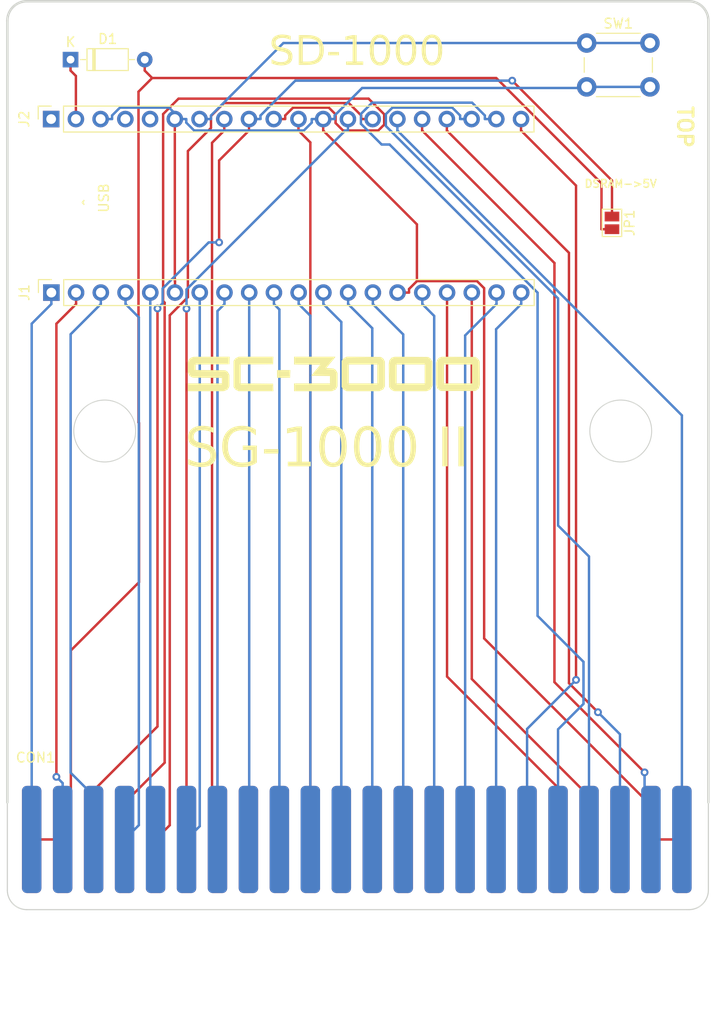
<source format=kicad_pcb>
(kicad_pcb (version 20240108) (generator "pcbnew") (generator_version "8.0")
  (layers (0 "F.Cu" signal) (31 "B.Cu" signal) (34 "B.Paste" user) (35 "F.Paste" user) (36 "B.SilkS" user "B.Silkscreen") (37 "F.SilkS" user "F.Silkscreen") (38 "B.Mask" user) (39 "F.Mask" user) (44 "Edge.Cuts" user))
  (net 0 "")
  (net 1 "A0")
  (net 2 "A1")
  (net 3 "A2")
  (net 4 "A3")
  (net 5 "A4")
  (net 6 "A5")
  (net 7 "A6")
  (net 8 "A7")
  (net 9 "A8")
  (net 10 "A9")
  (net 11 "A10")
  (net 12 "A11")
  (net 13 "A12")
  (net 14 "A13")
  (net 15 "D0")
  (net 16 "D1")
  (net 17 "D2")
  (net 18 "D3")
  (net 19 "D4")
  (net 20 "D5")
  (net 21 "D6")
  (net 22 "D7")
  (net 23 "~{MEMR}")
  (net 24 "~{MEMW}")
  (net 25 "~{IOR}")
  (net 26 "A14")
  (net 27 "A15")
  (net 28 "~{CEROM2}")
  (net 33 "+5V")
  (net 36 "GND")
  (net 40 "~{MREQ}")
  (net 41 "~{DSRAM}")
  (net 42 "Net-(D1-K)")
  (net 43 "RST")
  (footprint "Connector_PinSocket_2.54mm:PinSocket_1x20_P2.54mm_Vertical" (layer "F.Cu") (at 76.52 60.8 90)
    (property "Reference" "J1" (at 0 -2.77 90) (layer "F.SilkS"))
    (property "Value" "Conn_01x20")
    (fp_line (start 1.33 -1.33) (end 1.33 0) (stroke (width 0.12)) (layer "F.SilkS"))
    (fp_line (start 0 -1.33) (end 1.33 -1.33) (stroke (width 0.12)) (layer "F.SilkS"))
    (fp_line (start 1.33 1.27) (end 1.33 49.59) (stroke (width 0.12)) (layer "F.SilkS"))
    (fp_line (start -1.33 1.27) (end 1.33 1.27) (stroke (width 0.12)) (layer "F.SilkS"))
    (fp_line (start -1.33 1.27) (end -1.33 49.59) (stroke (width 0.12)) (layer "F.SilkS"))
    (fp_line (start -1.33 49.59) (end 1.33 49.59) (stroke (width 0.12)) (layer "F.SilkS"))
    (pad "1" thru_hole rect (at 0 0 90) (size 1.7 1.7) (drill 1) (layers "*.Cu" "*.Mask") (net 1 "A0"))
    (pad "2" thru_hole oval (at 0 2.54 90) (size 1.7 1.7) (drill 1) (layers "*.Cu" "*.Mask") (net 2 "A1"))
    (pad "3" thru_hole oval (at 0 5.08 90) (size 1.7 1.7) (drill 1) (layers "*.Cu" "*.Mask") (net 3 "A2"))
    (pad "4" thru_hole oval (at 0 7.62 90) (size 1.7 1.7) (drill 1) (layers "*.Cu" "*.Mask") (net 4 "A3"))
    (pad "5" thru_hole oval (at 0 10.16 90) (size 1.7 1.7) (drill 1) (layers "*.Cu" "*.Mask") (net 5 "A4"))
    (pad "6" thru_hole oval (at 0 12.7 90) (size 1.7 1.7) (drill 1) (layers "*.Cu" "*.Mask") (net 36 "GND"))
    (pad "7" thru_hole oval (at 0 15.24 90) (size 1.7 1.7) (drill 1) (layers "*.Cu" "*.Mask") (net 6 "A5"))
    (pad "8" thru_hole oval (at 0 17.78 90) (size 1.7 1.7) (drill 1) (layers "*.Cu" "*.Mask") (net 7 "A6"))
    (pad "9" thru_hole oval (at 0 20.32 90) (size 1.7 1.7) (drill 1) (layers "*.Cu" "*.Mask") (net 8 "A7"))
    (pad "10" thru_hole oval (at 0 22.86 90) (size 1.7 1.7) (drill 1) (layers "*.Cu" "*.Mask") (net 9 "A8"))
    (pad "11" thru_hole oval (at 0 25.4 90) (size 1.7 1.7) (drill 1) (layers "*.Cu" "*.Mask") (net 10 "A9"))
    (pad "12" thru_hole oval (at 0 27.94 90) (size 1.7 1.7) (drill 1) (layers "*.Cu" "*.Mask") (net 11 "A10"))
    (pad "13" thru_hole oval (at 0 30.48 90) (size 1.7 1.7) (drill 1) (layers "*.Cu" "*.Mask") (net 12 "A11"))
    (pad "14" thru_hole oval (at 0 33.02 90) (size 1.7 1.7) (drill 1) (layers "*.Cu" "*.Mask") (net 13 "A12"))
    (pad "15" thru_hole oval (at 0 35.56 90) (size 1.7 1.7) (drill 1) (layers "*.Cu" "*.Mask") (net 36 "GND"))
    (pad "16" thru_hole oval (at 0 38.1 90) (size 1.7 1.7) (drill 1) (layers "*.Cu" "*.Mask") (net 14 "A13"))
    (pad "17" thru_hole oval (at 0 40.64 90) (size 1.7 1.7) (drill 1) (layers "*.Cu" "*.Mask") (net 26 "A14"))
    (pad "18" thru_hole oval (at 0 43.18 90) (size 1.7 1.7) (drill 1) (layers "*.Cu" "*.Mask") (net 27 "A15"))
    (pad "19" thru_hole oval (at 0 45.72 90) (size 1.7 1.7) (drill 1) (layers "*.Cu" "*.Mask") (net 15 "D0"))
    (pad "20" thru_hole oval (at 0 48.26 90) (size 1.7 1.7) (drill 1) (layers "*.Cu" "*.Mask") (net 16 "D1"))
  )
  (footprint "Diode_THT:D_DO-35_SOD27_P7.62mm_Horizontal" (layer "F.Cu") (at 78.49 36.9)
    (property "Reference" "D1" (at 3.81 -2.12 0) (layer "F.SilkS"))
    (property "Value" "Diode ")
    (fp_line (start 1.04 0) (end 1.69 0) (stroke (width 0.12)) (layer "F.SilkS"))
    (fp_line (start 1.69 -1.12) (end 1.69 1.12) (stroke (width 0.12)) (layer "F.SilkS"))
    (fp_line (start 1.69 1.12) (end 5.93 1.12) (stroke (width 0.12)) (layer "F.SilkS"))
    (fp_line (start 2.29 -1.12) (end 2.29 1.12) (stroke (width 0.12)) (layer "F.SilkS"))
    (fp_line (start 2.41 -1.12) (end 2.41 1.12) (stroke (width 0.12)) (layer "F.SilkS"))
    (fp_line (start 2.53 -1.12) (end 2.53 1.12) (stroke (width 0.12)) (layer "F.SilkS"))
    (fp_line (start 5.93 -1.12) (end 1.69 -1.12) (stroke (width 0.12)) (layer "F.SilkS"))
    (fp_line (start 5.93 1.12) (end 5.93 -1.12) (stroke (width 0.12)) (layer "F.SilkS"))
    (fp_line (start 6.58 0) (end 5.93 0) (stroke (width 0.12)) (layer "F.SilkS"))
    (fp_text user "K" (at 0 -1.8 0) (layer "F.SilkS"))
    (pad "1" thru_hole rect (at 0 0) (size 1.6 1.6) (drill 0.8) (layers "*.Cu" "*.Mask") (net 42 "Net-(D1-K)"))
    (pad "2" thru_hole oval (at 7.62 0) (size 1.6 1.6) (drill 0.8) (layers "*.Cu" "*.Mask") (net 33 "+5V"))
  )
  (footprint "Connector_PinSocket_2.54mm:PinSocket_1x20_P2.54mm_Vertical" (layer "F.Cu") (at 76.5 43 90)
    (property "Reference" "J2" (at 0 -2.77 90) (layer "F.SilkS"))
    (property "Value" "Conn_01x20")
    (fp_line (start 1.33 -1.33) (end 1.33 0) (stroke (width 0.12)) (layer "F.SilkS"))
    (fp_line (start 0 -1.33) (end 1.33 -1.33) (stroke (width 0.12)) (layer "F.SilkS"))
    (fp_line (start 1.33 1.27) (end 1.33 49.59) (stroke (width 0.12)) (layer "F.SilkS"))
    (fp_line (start -1.33 1.27) (end 1.33 1.27) (stroke (width 0.12)) (layer "F.SilkS"))
    (fp_line (start -1.33 1.27) (end -1.33 49.59) (stroke (width 0.12)) (layer "F.SilkS"))
    (fp_line (start -1.33 49.59) (end 1.33 49.59) (stroke (width 0.12)) (layer "F.SilkS"))
    (pad "1" thru_hole rect (at 0 0 90) (size 1.7 1.7) (drill 1) (layers "*.Cu" "*.Mask"))
    (pad "2" thru_hole oval (at 0 2.54 90) (size 1.7 1.7) (drill 1) (layers "*.Cu" "*.Mask") (net 42 "Net-(D1-K)"))
    (pad "3" thru_hole oval (at 0 5.08 90) (size 1.7 1.7) (drill 1) (layers "*.Cu" "*.Mask") (net 36 "GND"))
    (pad "4" thru_hole oval (at 0 7.62 90) (size 1.7 1.7) (drill 1) (layers "*.Cu" "*.Mask"))
    (pad "5" thru_hole oval (at 0 10.16 90) (size 1.7 1.7) (drill 1) (layers "*.Cu" "*.Mask"))
    (pad "6" thru_hole oval (at 0 12.7 90) (size 1.7 1.7) (drill 1) (layers "*.Cu" "*.Mask") (net 36 "GND"))
    (pad "7" thru_hole oval (at 0 15.24 90) (size 1.7 1.7) (drill 1) (layers "*.Cu" "*.Mask") (net 43 "RST"))
    (pad "8" thru_hole oval (at 0 17.78 90) (size 1.7 1.7) (drill 1) (layers "*.Cu" "*.Mask") (net 25 "~{IOR}"))
    (pad "9" thru_hole oval (at 0 20.32 90) (size 1.7 1.7) (drill 1) (layers "*.Cu" "*.Mask") (net 41 "~{DSRAM}"))
    (pad "10" thru_hole oval (at 0 22.86 90) (size 1.7 1.7) (drill 1) (layers "*.Cu" "*.Mask") (net 28 "~{CEROM2}"))
    (pad "11" thru_hole oval (at 0 25.4 90) (size 1.7 1.7) (drill 1) (layers "*.Cu" "*.Mask") (net 40 "~{MREQ}"))
    (pad "12" thru_hole oval (at 0 27.94 90) (size 1.7 1.7) (drill 1) (layers "*.Cu" "*.Mask") (net 36 "GND"))
    (pad "13" thru_hole oval (at 0 30.48 90) (size 1.7 1.7) (drill 1) (layers "*.Cu" "*.Mask") (net 24 "~{MEMW}"))
    (pad "14" thru_hole oval (at 0 33.02 90) (size 1.7 1.7) (drill 1) (layers "*.Cu" "*.Mask") (net 23 "~{MEMR}"))
    (pad "15" thru_hole oval (at 0 35.56 90) (size 1.7 1.7) (drill 1) (layers "*.Cu" "*.Mask") (net 22 "D7"))
    (pad "16" thru_hole oval (at 0 38.1 90) (size 1.7 1.7) (drill 1) (layers "*.Cu" "*.Mask") (net 21 "D6"))
    (pad "17" thru_hole oval (at 0 40.64 90) (size 1.7 1.7) (drill 1) (layers "*.Cu" "*.Mask") (net 20 "D5"))
    (pad "18" thru_hole oval (at 0 43.18 90) (size 1.7 1.7) (drill 1) (layers "*.Cu" "*.Mask") (net 19 "D4"))
    (pad "19" thru_hole oval (at 0 45.72 90) (size 1.7 1.7) (drill 1) (layers "*.Cu" "*.Mask") (net 18 "D3"))
    (pad "20" thru_hole oval (at 0 48.26 90) (size 1.7 1.7) (drill 1) (layers "*.Cu" "*.Mask") (net 17 "D2"))
  )
  (footprint "Button_Switch_THT:SW_PUSH_6mm" (layer "F.Cu") (at 131.5 35.2)
    (property "Reference" "SW1" (at 3.25 -2 0) (layer "F.SilkS"))
    (property "Value" "SW_Push")
    (fp_line (start -0.25 1.5) (end -0.25 3) (stroke (width 0.12)) (layer "F.SilkS"))
    (fp_line (start 1 5.5) (end 5.5 5.5) (stroke (width 0.12)) (layer "F.SilkS"))
    (fp_line (start 5.5 -1) (end 1 -1) (stroke (width 0.12)) (layer "F.SilkS"))
    (fp_line (start 6.75 3) (end 6.75 1.5) (stroke (width 0.12)) (layer "F.SilkS"))
    (pad "1" thru_hole circle (at 0 0 90) (size 2 2) (drill 1.1) (layers "*.Cu" "*.Mask") (net 43 "RST"))
    (pad "1" thru_hole circle (at 6.5 0 90) (size 2 2) (drill 1.1) (layers "*.Cu" "*.Mask") (net 43 "RST"))
    (pad "2" thru_hole circle (at 0 4.5 90) (size 2 2) (drill 1.1) (layers "*.Cu" "*.Mask") (net 36 "GND"))
    (pad "2" thru_hole circle (at 6.5 4.5 90) (size 2 2) (drill 1.1) (layers "*.Cu" "*.Mask") (net 36 "GND"))
  )
  (footprint "Jumper:SolderJumper-2_P1.3mm_Open_Pad1.0x1.5mm" (layer "F.Cu") (at 134.1 53.65 -90)
    (property "Reference" "JP1" (at 0 -1.8 90) (layer "F.SilkS"))
    (property "Value" "5v")
    (fp_line (start -1.4 1) (end -1.4 -1) (stroke (width 0.12)) (layer "F.SilkS"))
    (fp_line (start 1.4 1) (end -1.4 1) (stroke (width 0.12)) (layer "F.SilkS"))
    (fp_line (start -1.4 -1) (end 1.4 -1) (stroke (width 0.12)) (layer "F.SilkS"))
    (fp_line (start 1.4 -1) (end 1.4 1) (stroke (width 0.12)) (layer "F.SilkS"))
    (pad "1" smd rect (at -0.65 0 270) (size 1 1.5) (layers "F.Cu" "F.Mask") (net 41 "~{DSRAM}"))
    (pad "2" smd rect (at 0.65 0 270) (size 1 1.5) (layers "F.Cu" "F.Mask") (net 33 "+5V"))
  )
  (footprint "SoggyCartridge:CartridgeEdge" (layer "F.Cu") (at 74.9 111.4)
    (property "Reference" "CON1" (at 0 -2.9 0) (layer "F.SilkS"))
    (property "Value" "SC3000-Edge")
    (fp_line (start -2.9 10.7) (end -2.9 1.7) (stroke (width 0.12)) (layer "Edge.Cuts"))
    (fp_line (start -0.9 12.7) (end 66.9 12.7) (stroke (width 0.12)) (layer "Edge.Cuts"))
    (fp_line (start 67.1 12.7) (end 66.9 12.7) (stroke (width 0.12)) (layer "Edge.Cuts"))
    (fp_line (start 69.1 10.7) (end 69.1 1.7) (stroke (width 0.12)) (layer "Edge.Cuts"))
    (fp_arc (start -0.9 12.7) (mid -2.314214 12.114214) (end -2.9 10.7) (stroke (width 0.12)) (layer "Edge.Cuts"))
    (fp_arc (start 69.1 10.7) (mid 68.514214 12.114214) (end 67.1 12.7) (stroke (width 0.12)) (layer "Edge.Cuts"))
    (pad "A1" connect roundrect (at -0.4 5.5) (size 2 11) (layers "B.Cu" "B.Mask") (net 1 "A0"))
    (pad "A2" connect roundrect (at 2.78 5.5) (size 2 11) (layers "B.Cu" "B.Mask") (net 2 "A1"))
    (pad "A3" connect roundrect (at 5.96 5.5) (size 2 11) (layers "B.Cu" "B.Mask") (net 3 "A2"))
    (pad "A4" connect roundrect (at 9.14 5.5) (size 2 11) (layers "B.Cu" "B.Mask") (net 4 "A3"))
    (pad "A5" connect roundrect (at 12.32 5.5) (size 2 11) (layers "B.Cu" "B.Mask") (net 5 "A4"))
    (pad "A6" connect roundrect (at 15.5 5.5) (size 2 11) (layers "B.Cu" "B.Mask") (net 6 "A5"))
    (pad "A7" connect roundrect (at 18.68 5.5) (size 2 11) (layers "B.Cu" "B.Mask") (net 7 "A6"))
    (pad "A8" connect roundrect (at 21.86 5.5) (size 2 11) (layers "B.Cu" "B.Mask") (net 8 "A7"))
    (pad "A9" connect roundrect (at 25.04 5.5) (size 2 11) (layers "B.Cu" "B.Mask") (net 9 "A8"))
    (pad "A10" connect roundrect (at 28.22 5.5) (size 2 11) (layers "B.Cu" "B.Mask") (net 10 "A9"))
    (pad "A11" connect roundrect (at 31.4 5.5) (size 2 11) (layers "B.Cu" "B.Mask") (net 11 "A10"))
    (pad "A12" connect roundrect (at 34.58 5.5) (size 2 11) (layers "B.Cu" "B.Mask") (net 12 "A11"))
    (pad "A13" connect roundrect (at 37.76 5.5) (size 2 11) (layers "B.Cu" "B.Mask") (net 13 "A12"))
    (pad "A14" connect roundrect (at 40.94 5.5) (size 2 11) (layers "B.Cu" "B.Mask") (net 14 "A13"))
    (pad "A15" connect roundrect (at 44.12 5.5) (size 2 11) (layers "B.Cu" "B.Mask") (net 15 "D0"))
    (pad "A16" connect roundrect (at 47.3 5.5) (size 2 11) (layers "B.Cu" "B.Mask") (net 16 "D1"))
    (pad "A17" connect roundrect (at 50.48 5.5) (size 2 11) (layers "B.Cu" "B.Mask") (net 17 "D2"))
    (pad "A18" connect roundrect (at 53.66 5.5) (size 2 11) (layers "B.Cu" "B.Mask") (net 18 "D3"))
    (pad "A19" connect roundrect (at 56.84 5.5) (size 2 11) (layers "B.Cu" "B.Mask") (net 19 "D4"))
    (pad "A20" connect roundrect (at 60.02 5.5) (size 2 11) (layers "B.Cu" "B.Mask") (net 20 "D5"))
    (pad "A21" connect roundrect (at 63.2 5.5) (size 2 11) (layers "B.Cu" "B.Mask") (net 21 "D6"))
    (pad "A22" connect roundrect (at 66.38 5.5) (size 2 11) (layers "B.Cu" "B.Mask") (net 22 "D7"))
    (pad "B1" connect roundrect (at -0.4 5.5) (size 2 11) (layers "F.Cu" "F.Mask") (net 33 "+5V"))
    (pad "B2" connect roundrect (at 2.78 5.5) (size 2 11) (layers "F.Cu" "F.Mask") (net 33 "+5V"))
    (pad "B3" connect roundrect (at 5.96 5.5) (size 2 11) (layers "F.Cu" "F.Mask") (net 41 "~{DSRAM}"))
    (pad "B4" connect roundrect (at 9.14 5.5) (size 2 11) (layers "F.Cu" "F.Mask") (net 28 "~{CEROM2}"))
    (pad "B5" connect roundrect (at 12.32 5.5) (size 2 11) (layers "F.Cu" "F.Mask") (net 23 "~{MEMR}"))
    (pad "B6" connect roundrect (at 15.5 5.5) (size 2 11) (layers "F.Cu" "F.Mask") (net 24 "~{MEMW}"))
    (pad "B7" connect roundrect (at 18.68 5.5) (size 2 11) (layers "F.Cu" "F.Mask") (net 25 "~{IOR}"))
    (pad "B8" connect roundrect (at 21.86 5.5) (size 2 11) (layers "F.Cu" "F.Mask"))
    (pad "B9" connect roundrect (at 25.04 5.5) (size 2 11) (layers "F.Cu" "F.Mask"))
    (pad "B10" connect roundrect (at 28.22 5.5) (size 2 11) (layers "F.Cu" "F.Mask") (net 40 "~{MREQ}"))
    (pad "B11" connect roundrect (at 31.4 5.5) (size 2 11) (layers "F.Cu" "F.Mask"))
    (pad "B12" connect roundrect (at 34.58 5.5) (size 2 11) (layers "F.Cu" "F.Mask"))
    (pad "B13" connect roundrect (at 37.76 5.5) (size 2 11) (layers "F.Cu" "F.Mask"))
    (pad "B14" connect roundrect (at 40.94 5.5) (size 2 11) (layers "F.Cu" "F.Mask"))
    (pad "B15" connect roundrect (at 44.12 5.5) (size 2 11) (layers "F.Cu" "F.Mask"))
    (pad "B16" connect roundrect (at 47.3 5.5) (size 2 11) (layers "F.Cu" "F.Mask"))
    (pad "B17" connect roundrect (at 50.48 5.5) (size 2 11) (layers "F.Cu" "F.Mask"))
    (pad "B18" connect roundrect (at 53.66 5.5) (size 2 11) (layers "F.Cu" "F.Mask") (net 26 "A14"))
    (pad "B19" connect roundrect (at 56.84 5.5) (size 2 11) (layers "F.Cu" "F.Mask") (net 27 "A15"))
    (pad "B20" connect roundrect (at 60.02 5.5) (size 2 11) (layers "F.Cu" "F.Mask"))
    (pad "B21" connect roundrect (at 63.2 5.5) (size 2 11) (layers "F.Cu" "F.Mask") (net 36 "GND"))
    (pad "B22" connect roundrect (at 66.38 5.5) (size 2 11) (layers "F.Cu" "F.Mask") (net 36 "GND"))
  )
  (gr_poly (pts (xy 116.63443 67.38273) (xy 116.34588 67.46909) (xy 116.24886 67.57628) (xy 116.20669 67.63064) (xy 116.16402 67.69922) (xy 116.12643 67.77338) (xy 116.09747 67.844) (xy 116.04362 68.00503) (xy 116.04362 68.17978) (xy 119.72866 68.17978) (xy 119.72866 70.11679) (xy 116.84728 70.11679) (xy 116.84728 68.17978) (xy 116.04362 68.17978) (xy 116.04362 70.27122) (xy 116.15589 70.64511) (xy 116.48558 70.89606) (xy 120.09035 70.89606) (xy 120.4236 70.64206) (xy 120.53739 70.23464) (xy 120.50844 67.87244) (xy 120.43732 67.73528) (xy 120.39972 67.67382) (xy 120.34842 67.60879) (xy 120.29101 67.54783) (xy 120.23361 67.49906) (xy 120.1 67.4)) (fill solid) (layer "F.SilkS"))
  (gr_poly (pts (xy 106.85492 67.3741) (xy 106.53082 67.54174) (xy 106.33524 67.80894) (xy 106.33524 68.17978) (xy 109.99639 68.17978) (xy 109.99639 70.11679) (xy 107.06727 70.11679) (xy 107.06727 68.17978) (xy 106.33524 68.17978) (xy 106.33524 70.48763) (xy 106.53082 70.75433) (xy 106.85492 70.91994) (xy 110.20924 70.9179) (xy 110.60447 70.73807) (xy 110.77617 70.42362) (xy 110.77617 67.87244) (xy 110.60904 67.56663) (xy 110.35555 67.4)) (fill solid) (layer "F.SilkS"))
  (gr_poly (pts (xy 94.83513 67.37664) (xy 91.12267 67.38476) (xy 90.98652 67.4254) (xy 90.92506 67.44928) (xy 90.85749 67.48535) (xy 90.79247 67.52751) (xy 90.73862 67.5712) (xy 90.62635 67.67686) (xy 90.53237 68.01418) (xy 90.5344 68.95906) (xy 90.71373 69.35428) (xy 91.02818 69.52598) (xy 94.02792 69.55443) (xy 94.02792 70.11679) (xy 90.53187 70.11679) (xy 90.53187 70.91994) (xy 94.24077 70.9179) (xy 94.636 70.73807) (xy 94.8077 70.42362) (xy 94.80719 69.24252) (xy 94.64057 68.9367) (xy 94.38708 68.77008) (xy 91.33501 68.74163) (xy 91.33501 68.1808) (xy 94.8077 68.15591)) (fill solid) (layer "F.SilkS"))
  (gr_poly (pts (xy 95.75258 67.37664) (xy 95.42848 67.54174) (xy 95.2329 67.80894) (xy 95.2329 70.48763) (xy 95.42848 70.75433) (xy 95.75258 70.91994) (xy 99.32331 70.91994) (xy 99.29588 70.14016) (xy 95.96492 70.11526) (xy 95.96492 68.1808) (xy 99.29588 68.15591) (xy 99.32331 67.37664)) (fill solid) (layer "F.SilkS"))
  (gr_poly (pts (xy 111.7683 67.38273) (xy 111.46908 67.47163) (xy 111.23083 67.7551) (xy 111.17089 68.15591) (xy 111.1712 68.17978) (xy 114.86303 68.17978) (xy 114.86303 70.11679) (xy 111.98064 70.11679) (xy 111.98064 68.17978) (xy 111.1712 68.17978) (xy 111.20137 70.48814) (xy 111.39695 70.75433) (xy 111.72105 70.91994) (xy 115.07538 70.9179) (xy 115.48127 70.7335) (xy 115.67177 70.30272) (xy 115.6423 67.87244) (xy 115.47517 67.56663) (xy 115.22168 67.4)) (fill solid) (layer "F.SilkS"))
  (gr_poly (pts (xy 99.6972 68.74671) (xy 99.6972 69.5524) (xy 101.04391 69.52598) (xy 101.07134 68.74671)) (fill solid) (layer "F.SilkS"))
  (gr_poly (pts (xy 101.44523 67.37664) (xy 101.44523 68.17826) (xy 104.13153 68.20315) (xy 103.20037 69.33701) (xy 105.13026 69.36292) (xy 105.13026 70.11679) (xy 101.44523 70.11679) (xy 101.44523 70.91994) (xy 105.34311 70.9179) (xy 105.73834 70.73807) (xy 105.91004 70.42362) (xy 105.91004 69.05354) (xy 105.74291 68.74773) (xy 105.50059 68.58872) (xy 104.7579 68.54605) (xy 105.36699 67.81148) (xy 105.55393 67.58136) (xy 105.65807 67.44826) (xy 105.70278 67.37664)) (fill solid) (layer "F.SilkS"))
  (gr_circle (center 135 75) (end 138.175 75) (stroke (width 0.1)) (fill none) (layer "Edge.Cuts"))
  (gr_line (start 74 30.9134) (end 142.00001 30.9134) (stroke (width 0.254)) (layer "Edge.Cuts"))
  (gr_circle (center 82 75) (end 85.175 75) (stroke (width 0.1)) (fill none) (layer "Edge.Cuts"))
  (gr_arc (start 72 32.9134) (mid 72.585786 31.499186) (end 74 30.9134) (stroke (width 0.254)) (layer "Edge.Cuts"))
  (gr_line (start 144 113.1) (end 144 32.913395) (stroke (width 0.254)) (layer "Edge.Cuts"))
  (gr_arc (start 142.00001 30.9134) (mid 143.414217 31.49919) (end 144.00001 32.9134) (stroke (width 0.254)) (layer "Edge.Cuts"))
  (gr_line (start 72 113.1) (end 72 32.9134) (stroke (width 0.254)) (layer "Edge.Cuts"))
  (gr_text " ^\nUSB" (at 82.5 52.7 90) (layer "F.SilkS") (effects (font (size 1 1)) (justify left bottom)))
  (gr_text "SG-1000 II" (at 90.2 79.3 0) (layer "F.SilkS") (effects (font (size 4 4)) (justify left bottom)))
  (gr_text "SD-1000" (at 107.9 36.2 0) (layer "F.SilkS") (effects (font (size 3 3) (thickness 0.75))))
  (gr_text "TOP" (at 141.605 43.815 270) (layer "F.SilkS") (effects (font (size 1.5 1.5) (thickness 0.3))))
  (gr_text "DSRAM->5V" (at 131.2 50.1 0) (layer "F.SilkS") (effects (font (size 0.8 0.8)) (justify left bottom)))
  (segment (start 74.5 63.9967) (end 76.52 61.9767) (width 0.25) (layer "B.Cu") (net 1))
  (segment (start 76.52 60.8) (end 76.52 61.9767) (width 0.25) (layer "B.Cu") (net 1))
  (segment (start 74.5 116.9) (end 74.5 63.9967) (width 0.25) (layer "B.Cu") (net 1))
  (segment (start 77.0372 63.9995) (end 77.0372 110.4776) (width 0.25) (layer "F.Cu") (net 2))
  (segment (start 79.06 60.8) (end 79.06 61.9767) (width 0.25) (layer "F.Cu") (net 2))
  (segment (start 79.06 61.9767) (end 77.0372 63.9995) (width 0.25) (layer "F.Cu") (net 2))
  (via (at 77.0372 110.4776) (size 0.8) (drill 0.4) (layers "F.Cu" "B.Cu") (net 2))
  (segment (start 77.68 111.1204) (end 77.0372 110.4776) (width 0.25) (layer "B.Cu") (net 2))
  (segment (start 77.68 116.9) (end 77.68 111.1204) (width 0.25) (layer "B.Cu") (net 2))
  (segment (start 80.86 116.9) (end 80.86 112.4148) (width 0.25) (layer "B.Cu") (net 3))
  (segment (start 81.6 60.8) (end 81.6 61.9767) (width 0.25) (layer "B.Cu") (net 3))
  (segment (start 78.4994 110.0542) (end 78.4994 65.0773) (width 0.25) (layer "B.Cu") (net 3))
  (segment (start 78.4994 65.0773) (end 81.6 61.9767) (width 0.25) (layer "B.Cu") (net 3))
  (segment (start 80.86 112.4148) (end 78.4994 110.0542) (width 0.25) (layer "B.Cu") (net 3))
  (segment (start 84.14 61.9767) (end 85.5047 63.3414) (width 0.25) (layer "B.Cu") (net 4))
  (segment (start 85.5047 63.3414) (end 85.5047 115.4353) (width 0.25) (layer "B.Cu") (net 4))
  (segment (start 85.5047 115.4353) (end 84.04 116.9) (width 0.25) (layer "B.Cu") (net 4))
  (segment (start 84.14 60.8) (end 84.14 61.9767) (width 0.25) (layer "B.Cu") (net 4))
  (segment (start 86.68 60.8) (end 86.68 61.9767) (width 0.25) (layer "B.Cu") (net 5))
  (segment (start 86.68 116.36) (end 87.22 116.9) (width 0.25) (layer "B.Cu") (net 5))
  (segment (start 86.68 61.9767) (end 86.68 116.36) (width 0.25) (layer "B.Cu") (net 5))
  (segment (start 91.76 60.8) (end 91.76 61.9767) (width 0.25) (layer "B.Cu") (net 6))
  (segment (start 90.4 116.9) (end 91.76 115.54) (width 0.25) (layer "B.Cu") (net 6))
  (segment (start 91.76 115.54) (end 91.76 61.9767) (width 0.25) (layer "B.Cu") (net 6))
  (segment (start 93.58 62.6967) (end 94.3 61.9767) (width 0.25) (layer "B.Cu") (net 7))
  (segment (start 94.3 60.8) (end 94.3 61.9767) (width 0.25) (layer "B.Cu") (net 7))
  (segment (start 93.58 116.9) (end 93.58 62.6967) (width 0.25) (layer "B.Cu") (net 7))
  (segment (start 96.76 116.9) (end 96.84 116.82) (width 0.25) (layer "B.Cu") (net 8))
  (segment (start 96.84 116.82) (end 96.84 60.8) (width 0.25) (layer "B.Cu") (net 8))
  (segment (start 99.94 116.9) (end 99.94 62.5367) (width 0.25) (layer "B.Cu") (net 9))
  (segment (start 99.94 62.5367) (end 99.38 61.9767) (width 0.25) (layer "B.Cu") (net 9))
  (segment (start 99.38 60.8) (end 99.38 61.9767) (width 0.25) (layer "B.Cu") (net 9))
  (segment (start 101.92 60.8) (end 101.92 61.9767) (width 0.25) (layer "B.Cu") (net 10))
  (segment (start 103.12 63.1767) (end 101.92 61.9767) (width 0.25) (layer "B.Cu") (net 10))
  (segment (start 103.12 116.9) (end 103.12 63.1767) (width 0.25) (layer "B.Cu") (net 10))
  (segment (start 106.3 116.9) (end 106.3 63.8167) (width 0.25) (layer "B.Cu") (net 11))
  (segment (start 104.46 60.8) (end 104.46 61.9767) (width 0.25) (layer "B.Cu") (net 11))
  (segment (start 106.3 63.8167) (end 104.46 61.9767) (width 0.25) (layer "B.Cu") (net 11))
  (segment (start 109.48 116.9) (end 109.48 64.4567) (width 0.25) (layer "B.Cu") (net 12))
  (segment (start 109.48 64.4567) (end 107 61.9767) (width 0.25) (layer "B.Cu") (net 12))
  (segment (start 107 60.8) (end 107 61.9767) (width 0.25) (layer "B.Cu") (net 12))
  (segment (start 112.66 65.0967) (end 109.54 61.9767) (width 0.25) (layer "B.Cu") (net 13))
  (segment (start 112.66 116.9) (end 112.66 65.0967) (width 0.25) (layer "B.Cu") (net 13))
  (segment (start 109.54 60.8) (end 109.54 61.9767) (width 0.25) (layer "B.Cu") (net 13))
  (segment (start 114.62 60.8) (end 114.62 61.9767) (width 0.25) (layer "B.Cu") (net 14))
  (segment (start 115.84 63.1967) (end 114.62 61.9767) (width 0.25) (layer "B.Cu") (net 14))
  (segment (start 115.84 116.9) (end 115.84 63.1967) (width 0.25) (layer "B.Cu") (net 14))
  (segment (start 119.02 116.9) (end 119.02 65.1967) (width 0.25) (layer "B.Cu") (net 15))
  (segment (start 119.02 65.1967) (end 122.24 61.9767) (width 0.25) (layer "B.Cu") (net 15))
  (segment (start 122.24 60.8) (end 122.24 61.9767) (width 0.25) (layer "B.Cu") (net 15))
  (segment (start 124.78 60.8) (end 124.78 61.9767) (width 0.25) (layer "B.Cu") (net 16))
  (segment (start 122.2 116.9) (end 122.2 64.5567) (width 0.25) (layer "B.Cu") (net 16))
  (segment (start 122.2 64.5567) (end 124.78 61.9767) (width 0.25) (layer "B.Cu") (net 16))
  (segment (start 130.4079 49.8246) (end 130.4079 100.5334) (width 0.25) (layer "F.Cu") (net 17))
  (segment (start 124.76 43) (end 124.76 44.1767) (width 0.25) (layer "F.Cu") (net 17))
  (segment (start 124.76 44.1767) (end 130.4079 49.8246) (width 0.25) (layer "F.Cu") (net 17))
  (via (at 130.4079 100.5334) (size 0.8) (drill 0.4) (layers "F.Cu" "B.Cu") (net 17))
  (segment (start 125.38 105.5613) (end 130.4079 100.5334) (width 0.25) (layer "B.Cu") (net 17))
  (segment (start 125.38 116.9) (end 125.38 105.5613) (width 0.25) (layer "B.Cu") (net 17))
  (segment (start 131.1746 102.9909) (end 128.56 105.6055) (width 0.25) (layer "B.Cu") (net 18))
  (segment (start 128.56 105.6055) (end 128.56 116.9) (width 0.25) (layer "B.Cu") (net 18))
  (segment (start 126.4581 93.9625) (end 131.1746 98.679) (width 0.25) (layer "B.Cu") (net 18))
  (segment (start 121.0433 43) (end 121.0433 42.6323) (width 0.25) (layer "B.Cu") (net 18))
  (segment (start 109.4699 41.3182) (end 108.3148 42.4733) (width 0.25) (layer "B.Cu") (net 18))
  (segment (start 122.22 43) (end 121.0433 43) (width 0.25) (layer "B.Cu") (net 18))
  (segment (start 119.7292 41.3182) (end 109.4699 41.3182) (width 0.25) (layer "B.Cu") (net 18))
  (segment (start 111.2591 45.6117) (end 126.4581 60.8107) (width 0.25) (layer "B.Cu") (net 18))
  (segment (start 131.1746 98.679) (end 131.1746 102.9909) (width 0.25) (layer "B.Cu") (net 18))
  (segment (start 108.3148 43.4827) (end 110.4438 45.6117) (width 0.25) (layer "B.Cu") (net 18))
  (segment (start 108.3148 42.4733) (end 108.3148 43.4827) (width 0.25) (layer "B.Cu") (net 18))
  (segment (start 126.4581 60.8107) (end 126.4581 93.9625) (width 0.25) (layer "B.Cu") (net 18))
  (segment (start 121.0433 42.6323) (end 119.7292 41.3182) (width 0.25) (layer "B.Cu") (net 18))
  (segment (start 110.4438 45.6117) (end 111.2591 45.6117) (width 0.25) (layer "B.Cu") (net 18))
  (segment (start 128.5642 84.6964) (end 128.5642 61.4042) (width 0.25) (layer "B.Cu") (net 19))
  (segment (start 118.5033 42.6322) (end 118.5033 43) (width 0.25) (layer "B.Cu") (net 19))
  (segment (start 111.5507 41.8233) (end 117.6944 41.8233) (width 0.25) (layer "B.Cu") (net 19))
  (segment (start 119.68 43) (end 118.5033 43) (width 0.25) (layer "B.Cu") (net 19))
  (segment (start 131.74 87.8722) (end 128.5642 84.6964) (width 0.25) (layer "B.Cu") (net 19))
  (segment (start 110.8762 43.7162) (end 110.8762 42.4978) (width 0.25) (layer "B.Cu") (net 19))
  (segment (start 128.5642 61.4042) (end 110.8762 43.7162) (width 0.25) (layer "B.Cu") (net 19))
  (segment (start 117.6944 41.8233) (end 118.5033 42.6322) (width 0.25) (layer "B.Cu") (net 19))
  (segment (start 110.8762 42.4978) (end 111.5507 41.8233) (width 0.25) (layer "B.Cu") (net 19))
  (segment (start 131.74 116.9) (end 131.74 87.8722) (width 0.25) (layer "B.Cu") (net 19))
  (segment (start 117.14 43) (end 117.14 44.1767) (width 0.25) (layer "F.Cu") (net 20))
  (segment (start 117.14 44.1767) (end 129.6812 56.7179) (width 0.25) (layer "F.Cu") (net 20))
  (segment (start 129.6812 100.8682) (end 132.6607 103.8477) (width 0.25) (layer "F.Cu") (net 20))
  (segment (start 129.6812 56.7179) (end 129.6812 100.8682) (width 0.25) (layer "F.Cu") (net 20))
  (via (at 132.6607 103.8477) (size 0.8) (drill 0.4) (layers "F.Cu" "B.Cu") (net 20))
  (segment (start 134.92 116.9) (end 134.92 106.107) (width 0.25) (layer "B.Cu") (net 20))
  (segment (start 134.92 106.107) (end 132.6607 103.8477) (width 0.25) (layer "B.Cu") (net 20))
  (segment (start 128.1897 57.7663) (end 128.1896 57.7663) (width 0.25) (layer "F.Cu") (net 21))
  (segment (start 114.6 43) (end 114.6 44.1767) (width 0.25) (layer "F.Cu") (net 21))
  (segment (start 137.4472 110.0166) (end 128.1897 100.7591) (width 0.25) (layer "F.Cu") (net 21))
  (segment (start 128.1896 57.7663) (end 114.6 44.1767) (width 0.25) (layer "F.Cu") (net 21))
  (segment (start 128.1897 100.7591) (end 128.1897 57.7663) (width 0.25) (layer "F.Cu") (net 21))
  (via (at 137.4472 110.0166) (size 0.8) (drill 0.4) (layers "F.Cu" "B.Cu") (net 21))
  (segment (start 138.1 116.9) (end 137.4472 116.2472) (width 0.25) (layer "B.Cu") (net 21))
  (segment (start 137.4472 116.2472) (end 137.4472 110.0166) (width 0.25) (layer "B.Cu") (net 21))
  (segment (start 112.06 43) (end 112.06 44.1767) (width 0.25) (layer "B.Cu") (net 22))
  (segment (start 141.28 73.3967) (end 112.06 44.1767) (width 0.25) (layer "B.Cu") (net 22))
  (segment (start 141.28 116.9) (end 141.28 73.3967) (width 0.25) (layer "B.Cu") (net 22))
  (segment (start 92.9167 42.6862) (end 92.9167 43.9116) (width 0.25) (layer "F.Cu") (net 23))
  (segment (start 108.3433 42.6323) (end 107.0718 41.3608) (width 0.25) (layer "F.Cu") (net 23))
  (segment (start 88.6799 115.4401) (end 87.22 116.9) (width 0.25) (layer "F.Cu") (net 23))
  (segment (start 88.6799 63.1327) (end 88.6799 115.4401) (width 0.25) (layer "F.Cu") (net 23))
  (segment (start 94.2421 41.3608) (end 92.9167 42.6862) (width 0.25) (layer "F.Cu") (net 23))
  (segment (start 108.3433 43) (end 108.3433 42.6323) (width 0.25) (layer "F.Cu") (net 23))
  (segment (start 90.5424 61.2702) (end 88.6799 63.1327) (width 0.25) (layer "F.Cu") (net 23))
  (segment (start 90.5424 46.2859) (end 90.5424 61.2702) (width 0.25) (layer "F.Cu") (net 23))
  (segment (start 92.9167 43.9116) (end 90.5424 46.2859) (width 0.25) (layer "F.Cu") (net 23))
  (segment (start 109.52 43) (end 108.3433 43) (width 0.25) (layer "F.Cu") (net 23))
  (segment (start 107.0718 41.3608) (end 94.2421 41.3608) (width 0.25) (layer "F.Cu") (net 23))
  (segment (start 90.4 116.9) (end 90.4 62.4458) (width 0.25) (layer "F.Cu") (net 24))
  (via (at 90.4 62.4458) (size 0.8) (drill 0.4) (layers "F.Cu" "B.Cu") (net 24))
  (segment (start 106.98 43) (end 106.98 44.1767) (width 0.25) (layer "B.Cu") (net 24))
  (segment (start 106.7035 44.1767) (end 90.4 60.4802) (width 0.25) (layer "B.Cu") (net 24))
  (segment (start 90.4 60.4802) (end 90.4 62.4458) (width 0.25) (layer "B.Cu") (net 24))
  (segment (start 106.98 44.1767) (end 106.7035 44.1767) (width 0.25) (layer "B.Cu") (net 24))
  (segment (start 93.0224 45.4343) (end 93.0224 116.3424) (width 0.25) (layer "F.Cu") (net 25))
  (segment (start 94.28 43) (end 94.28 44.1767) (width 0.25) (layer "F.Cu") (net 25))
  (segment (start 93.0224 116.3424) (end 93.58 116.9) (width 0.25) (layer "F.Cu") (net 25))
  (segment (start 94.28 44.1767) (end 93.0224 45.4343) (width 0.25) (layer "F.Cu") (net 25))
  (segment (start 128.56 116.9) (end 128.56 111.5896) (width 0.25) (layer "F.Cu") (net 26))
  (segment (start 128.56 111.5896) (end 117.16 100.1896) (width 0.25) (layer "F.Cu") (net 26))
  (segment (start 117.16 100.1896) (end 117.16 60.8) (width 0.25) (layer "F.Cu") (net 26))
  (segment (start 131.74 116.9) (end 131.74 112.4753) (width 0.25) (layer "F.Cu") (net 27))
  (segment (start 131.74 112.4753) (end 119.7 100.4353) (width 0.25) (layer "F.Cu") (net 27))
  (segment (start 119.7 100.4353) (end 119.7 60.8) (width 0.25) (layer "F.Cu") (net 27))
  (segment (start 110.7019 42.5065) (end 110.7019 43.5705) (width 0.25) (layer "F.Cu") (net 28))
  (segment (start 106.4778 44.1767) (end 105.71 43.4089) (width 0.25) (layer "F.Cu") (net 28))
  (segment (start 84.04 116.9) (end 84.04 113.1424) (width 0.25) (layer "F.Cu") (net 28))
  (segment (start 110.7019 43.5705) (end 110.0957 44.1767) (width 0.25) (layer "F.Cu") (net 28))
  (segment (start 110.0957 44.1767) (end 106.4778 44.1767) (width 0.25) (layer "F.Cu") (net 28))
  (segment (start 109.1016 40.9062) (end 110.7019 42.5065) (width 0.25) (layer "F.Cu") (net 28))
  (segment (start 84.04 113.1424) (end 88.1565 109.0259) (width 0.25) (layer "F.Cu") (net 28))
  (segment (start 87.9997 61.6731) (end 87.9997 42.4871) (width 0.25) (layer "F.Cu") (net 28))
  (segment (start 100.5367 42.6322) (end 100.5367 43) (width 0.25) (layer "F.Cu") (net 28))
  (segment (start 88.1565 109.0259) (end 88.1565 61.8299) (width 0.25) (layer "F.Cu") (net 28))
  (segment (start 101.3456 41.8233) (end 100.5367 42.6322) (width 0.25) (layer "F.Cu") (net 28))
  (segment (start 87.9997 42.4871) (end 89.5806 40.9062) (width 0.25) (layer "F.Cu") (net 28))
  (segment (start 89.5806 40.9062) (end 109.1016 40.9062) (width 0.25) (layer "F.Cu") (net 28))
  (segment (start 105.71 43.4089) (end 105.71 42.5178) (width 0.25) (layer "F.Cu") (net 28))
  (segment (start 99.36 43) (end 100.5367 43) (width 0.25) (layer "F.Cu") (net 28))
  (segment (start 88.1565 61.8299) (end 87.9997 61.6731) (width 0.25) (layer "F.Cu") (net 28))
  (segment (start 105.0155 41.8233) (end 101.3456 41.8233) (width 0.25) (layer "F.Cu") (net 28))
  (segment (start 105.71 42.5178) (end 105.0155 41.8233) (width 0.25) (layer "F.Cu") (net 28))
  (segment (start 78.522 116.058) (end 77.68 116.9) (width 0.25) (layer "F.Cu") (net 33))
  (segment (start 133.0233 49.5991) (end 122.2142 38.79) (width 0.25) (layer "F.Cu") (net 33))
  (segment (start 86.11 36.9) (end 86.11 38.0267) (width 0.25) (layer "F.Cu") (net 33))
  (segment (start 133.0233 54.3) (end 133.0233 49.5991) (width 0.25) (layer "F.Cu") (net 33))
  (segment (start 134.1 54.3) (end 133.0233 54.3) (width 0.25) (layer "F.Cu") (net 33))
  (segment (start 86.8733 38.79) (end 85.4701 40.1932) (width 0.25) (layer "F.Cu") (net 33))
  (segment (start 122.2142 38.79) (end 86.8733 38.79) (width 0.25) (layer "F.Cu") (net 33))
  (segment (start 85.4701 40.1932) (end 85.4701 74.118) (width 0.25) (layer "F.Cu") (net 33))
  (segment (start 78.522 97.5122) (end 78.522 116.058) (width 0.25) (layer "F.Cu") (net 33))
  (segment (start 85.5303 90.5039) (end 78.522 97.5122) (width 0.25) (layer "F.Cu") (net 33))
  (segment (start 85.4701 74.118) (end 85.5303 74.1782) (width 0.25) (layer "F.Cu") (net 33))
  (segment (start 86.11 38.0267) (end 86.8733 38.79) (width 0.25) (layer "F.Cu") (net 33))
  (segment (start 85.5303 74.1782) (end 85.5303 90.5039) (width 0.25) (layer "F.Cu") (net 33))
  (segment (start 74.5 116.9) (end 77.68 116.9) (width 0.25) (layer "F.Cu") (net 33))
  (segment (start 113.2567 60.4322) (end 113.2567 60.8) (width 0.25) (layer "F.Cu") (net 36))
  (segment (start 138.1 116.9) (end 138.1 113.4081) (width 0.25) (layer "F.Cu") (net 36))
  (segment (start 112.08 60.8) (end 113.2567 60.8) (width 0.25) (layer "F.Cu") (net 36))
  (segment (start 104.44 43) (end 104.44 44.1767) (width 0.25) (layer "F.Cu") (net 36))
  (segment (start 120.2403 59.6233) (end 114.0656 59.6233) (width 0.25) (layer "F.Cu") (net 36))
  (segment (start 138.1 113.4081) (end 120.97 96.2781) (width 0.25) (layer "F.Cu") (net 36))
  (segment (start 114.0656 53.8023) (end 114.0656 59.6233) (width 0.25) (layer "F.Cu") (net 36))
  (segment (start 89.2 43) (end 89.2 59.6033) (width 0.25) (layer "F.Cu") (net 36))
  (segment (start 120.97 96.2781) (end 120.97 60.353) (width 0.25) (layer "F.Cu") (net 36))
  (segment (start 114.0656 59.6233) (end 113.2567 60.4322) (width 0.25) (layer "F.Cu") (net 36))
  (segment (start 89.2 59.6033) (end 89.22 59.6233) (width 0.25) (layer "F.Cu") (net 36))
  (segment (start 120.97 60.353) (end 120.2403 59.6233) (width 0.25) (layer "F.Cu") (net 36))
  (segment (start 141.28 116.9) (end 138.1 116.9) (width 0.25) (layer "F.Cu") (net 36))
  (segment (start 104.44 44.1767) (end 114.0656 53.8023) (width 0.25) (layer "F.Cu") (net 36))
  (segment (start 89.22 60.8) (end 89.22 59.6233) (width 0.25) (layer "F.Cu") (net 36))
  (segment (start 105.6167 42.6344) (end 108.4401 39.811) (width 0.25) (layer "B.Cu") (net 36))
  (segment (start 103.8517 43) (end 103.2633 43) (width 0.25) (layer "B.Cu") (net 36))
  (segment (start 131.389 39.811) (end 131.5 39.7) (width 0.25) (layer "B.Cu") (net 36))
  (segment (start 82.7567 42.6322) (end 82.7567 43) (width 0.25) (layer "B.Cu") (net 36))
  (segment (start 103.8517 43) (end 104.44 43) (width 0.25) (layer "B.Cu") (net 36))
  (segment (start 104.44 43) (end 105.6167 43) (width 0.25) (layer "B.Cu") (net 36))
  (segment (start 105.6167 43) (end 105.6167 42.6344) (width 0.25) (layer "B.Cu") (net 36))
  (segment (start 90.3767 43.3678) (end 90.3767 43) (width 0.25) (layer "B.Cu") (net 36))
  (segment (start 91.1856 44.1767) (end 90.3767 43.3678) (width 0.25) (layer "B.Cu") (net 36))
  (segment (start 81.58 43) (end 82.7567 43) (width 0.25) (layer "B.Cu") (net 36))
  (segment (start 103.2633 43) (end 103.2633 43.3678) (width 0.25) (layer "B.Cu") (net 36))
  (segment (start 103.2633 43.3678) (end 102.4544 44.1767) (width 0.25) (layer "B.Cu") (net 36))
  (segment (start 89.7884 43) (end 88.6117 41.8233) (width 0.25) (layer "B.Cu") (net 36))
  (segment (start 89.2 43) (end 89.7884 43) (width 0.25) (layer "B.Cu") (net 36))
  (segment (start 88.6117 41.8233) (end 83.5656 41.8233) (width 0.25) (layer "B.Cu") (net 36))
  (segment (start 108.4401 39.811) (end 131.389 39.811) (width 0.25) (layer "B.Cu") (net 36))
  (segment (start 83.5656 41.8233) (end 82.7567 42.6322) (width 0.25) (layer "B.Cu") (net 36))
  (segment (start 102.4544 44.1767) (end 91.1856 44.1767) (width 0.25) (layer "B.Cu") (net 36))
  (segment (start 89.7884 43) (end 90.3767 43) (width 0.25) (layer "B.Cu") (net 36))
  (segment (start 138 39.7) (end 131.5 39.7) (width 0.25) (layer "B.Cu") (net 36))
  (segment (start 103.12 45.3967) (end 101.9 44.1767) (width 0.25) (layer "F.Cu") (net 40))
  (segment (start 103.12 116.9) (end 103.12 45.3967) (width 0.25) (layer "F.Cu") (net 40))
  (segment (start 101.9 43) (end 101.9 44.1767) (width 0.25) (layer "F.Cu") (net 40))
  (segment (start 134.1 49.307) (end 123.8517 39.0587) (width 0.25) (layer "F.Cu") (net 41))
  (segment (start 96.82 43) (end 96.82 44.1767) (width 0.25) (layer "F.Cu") (net 41))
  (segment (start 134.1 53) (end 134.1 49.307) (width 0.25) (layer "F.Cu") (net 41))
  (segment (start 93.7491 55.6515) (end 93.7491 47.2476) (width 0.25) (layer "F.Cu") (net 41))
  (segment (start 80.86 111.8718) (end 87.421 105.3108) (width 0.25) (layer "F.Cu") (net 41))
  (segment (start 80.86 116.9) (end 80.86 111.8718) (width 0.25) (layer "F.Cu") (net 41))
  (segment (start 93.7491 47.2476) (end 96.82 44.1767) (width 0.25) (layer "F.Cu") (net 41))
  (segment (start 87.421 105.3108) (end 87.421 62.4301) (width 0.25) (layer "F.Cu") (net 41))
  (via (at 93.7491 55.6515) (size 0.8) (drill 0.4) (layers "F.Cu" "B.Cu") (net 41))
  (via (at 87.421 62.4301) (size 0.8) (drill 0.4) (layers "F.Cu" "B.Cu") (net 41))
  (via (at 123.8517 39.0587) (size 0.8) (drill 0.4) (layers "F.Cu" "B.Cu") (net 41))
  (segment (start 101.5766 39.0587) (end 123.8517 39.0587) (width 0.25) (layer "B.Cu") (net 41))
  (segment (start 97.9967 43) (end 97.9967 42.6386) (width 0.25) (layer "B.Cu") (net 41))
  (segment (start 87.95 60.3808) (end 87.95 61.9011) (width 0.25) (layer "B.Cu") (net 41))
  (segment (start 93.7491 55.6515) (end 92.6793 55.6515) (width 0.25) (layer "B.Cu") (net 41))
  (segment (start 96.82 43) (end 97.9967 43) (width 0.25) (layer "B.Cu") (net 41))
  (segment (start 87.95 61.9011) (end 87.421 62.4301) (width 0.25) (layer "B.Cu") (net 41))
  (segment (start 92.6793 55.6515) (end 87.95 60.3808) (width 0.25) (layer "B.Cu") (net 41))
  (segment (start 97.9967 42.6386) (end 101.5766 39.0587) (width 0.25) (layer "B.Cu") (net 41))
  (segment (start 79.04 43) (end 79.04 38.5767) (width 0.25) (layer "F.Cu") (net 42))
  (segment (start 79.04 38.5767) (end 78.49 38.0267) (width 0.25) (layer "F.Cu") (net 42))
  (segment (start 78.49 36.9) (end 78.49 38.0267) (width 0.25) (layer "F.Cu") (net 42))
  (segment (start 131.5 35.2) (end 100.349 35.2) (width 0.25) (layer "B.Cu") (net 43))
  (segment (start 138 35.2) (end 131.5 35.2) (width 0.25) (layer "B.Cu") (net 43))
  (segment (start 92.9167 42.6323) (end 92.9167 43) (width 0.25) (layer "B.Cu") (net 43))
  (segment (start 91.74 43) (end 92.9167 43) (width 0.25) (layer "B.Cu") (net 43))
  (segment (start 100.349 35.2) (end 92.9167 42.6323) (width 0.25) (layer "B.Cu") (net 43))
)
</source>
